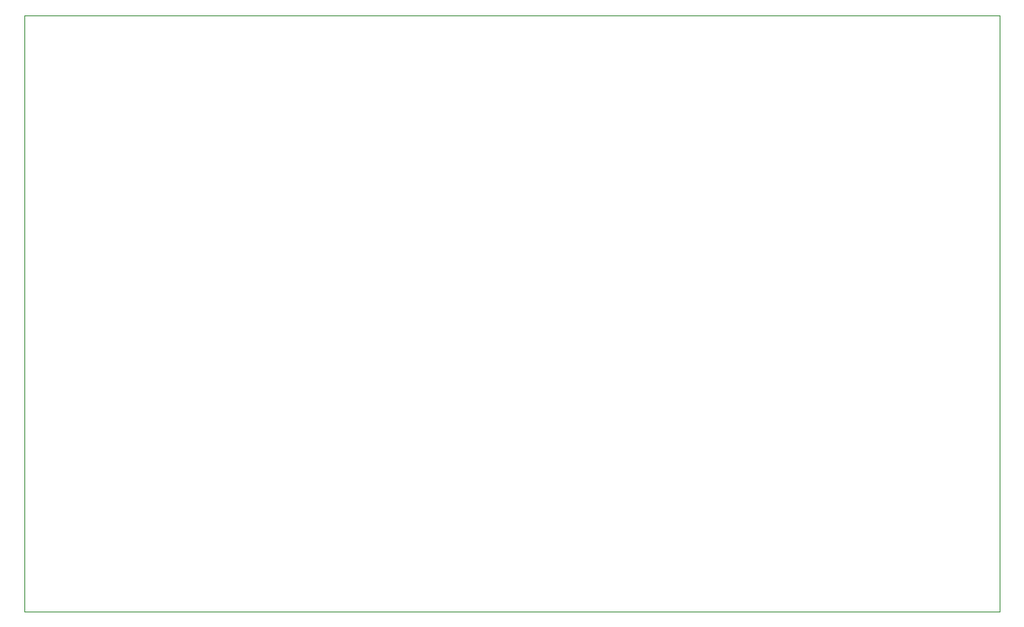
<source format=gm1>
%TF.GenerationSoftware,KiCad,Pcbnew,9.0.0*%
%TF.CreationDate,2025-03-25T19:27:29-07:00*%
%TF.ProjectId,Speedometer,53706565-646f-46d6-9574-65722e6b6963,v1*%
%TF.SameCoordinates,Original*%
%TF.FileFunction,Profile,NP*%
%FSLAX46Y46*%
G04 Gerber Fmt 4.6, Leading zero omitted, Abs format (unit mm)*
G04 Created by KiCad (PCBNEW 9.0.0) date 2025-03-25 19:27:29*
%MOMM*%
%LPD*%
G01*
G04 APERTURE LIST*
%TA.AperFunction,Profile*%
%ADD10C,0.050000*%
%TD*%
G04 APERTURE END LIST*
D10*
X60600000Y-47000000D02*
X162200000Y-47000000D01*
X162200000Y-109200000D01*
X60600000Y-109200000D01*
X60600000Y-47000000D01*
M02*

</source>
